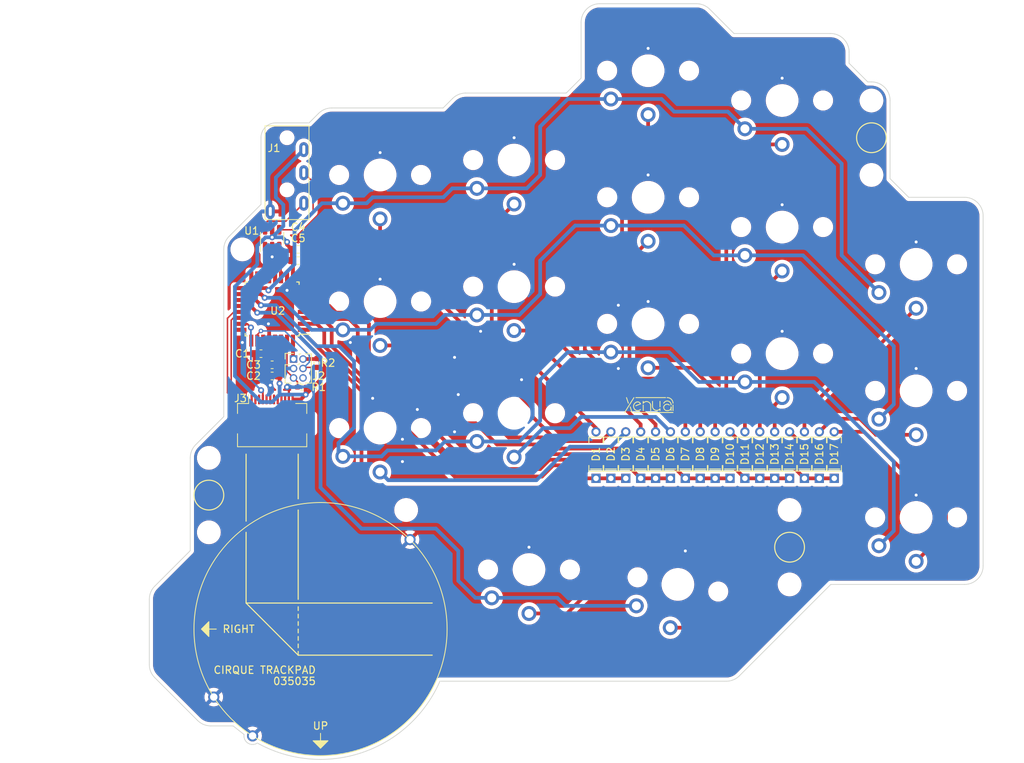
<source format=kicad_pcb>
(kicad_pcb (version 20211014) (generator pcbnew)

  (general
    (thickness 1.6)
  )

  (paper "A4")
  (layers
    (0 "F.Cu" signal)
    (31 "B.Cu" signal)
    (32 "B.Adhes" user "B.Adhesive")
    (33 "F.Adhes" user "F.Adhesive")
    (34 "B.Paste" user)
    (35 "F.Paste" user)
    (36 "B.SilkS" user "B.Silkscreen")
    (37 "F.SilkS" user "F.Silkscreen")
    (38 "B.Mask" user)
    (39 "F.Mask" user)
    (40 "Dwgs.User" user "User.Drawings")
    (41 "Cmts.User" user "User.Comments")
    (42 "Eco1.User" user "User.Eco1")
    (43 "Eco2.User" user "User.Eco2")
    (44 "Edge.Cuts" user)
    (45 "Margin" user)
    (46 "B.CrtYd" user "B.Courtyard")
    (47 "F.CrtYd" user "F.Courtyard")
    (48 "B.Fab" user)
    (49 "F.Fab" user)
    (50 "User.1" user)
    (51 "User.2" user)
    (52 "User.3" user)
    (53 "User.4" user)
    (54 "User.5" user)
    (55 "User.6" user)
    (56 "User.7" user)
    (57 "User.8" user)
    (58 "User.9" user)
  )

  (setup
    (stackup
      (layer "F.SilkS" (type "Top Silk Screen"))
      (layer "F.Paste" (type "Top Solder Paste"))
      (layer "F.Mask" (type "Top Solder Mask") (thickness 0.01))
      (layer "F.Cu" (type "copper") (thickness 0.035))
      (layer "dielectric 1" (type "core") (thickness 1.51) (material "FR4") (epsilon_r 4.5) (loss_tangent 0.02))
      (layer "B.Cu" (type "copper") (thickness 0.035))
      (layer "B.Mask" (type "Bottom Solder Mask") (thickness 0.01))
      (layer "B.Paste" (type "Bottom Solder Paste"))
      (layer "B.SilkS" (type "Bottom Silk Screen"))
      (copper_finish "None")
      (dielectric_constraints no)
    )
    (pad_to_mask_clearance 0)
    (pcbplotparams
      (layerselection 0x00010fc_ffffffff)
      (disableapertmacros false)
      (usegerberextensions false)
      (usegerberattributes true)
      (usegerberadvancedattributes true)
      (creategerberjobfile true)
      (svguseinch false)
      (svgprecision 6)
      (excludeedgelayer true)
      (plotframeref false)
      (viasonmask false)
      (mode 1)
      (useauxorigin false)
      (hpglpennumber 1)
      (hpglpenspeed 20)
      (hpglpendiameter 15.000000)
      (dxfpolygonmode true)
      (dxfimperialunits true)
      (dxfusepcbnewfont true)
      (psnegative false)
      (psa4output false)
      (plotreference true)
      (plotvalue true)
      (plotinvisibletext false)
      (sketchpadsonfab false)
      (subtractmaskfromsilk false)
      (outputformat 1)
      (mirror false)
      (drillshape 1)
      (scaleselection 1)
      (outputdirectory "")
    )
  )

  (net 0 "")
  (net 1 "GND")
  (net 2 "Net-(C1-Pad2)")
  (net 3 "+3V3")
  (net 4 "/SWDIO")
  (net 5 "/RST")
  (net 6 "/SWCLK")
  (net 7 "unconnected-(J2-Pad6)")
  (net 8 "/TRACK_SDA")
  (net 9 "/TRACK_SCL")
  (net 10 "/TRACK_BTN1")
  (net 11 "/TRACK_BTN3")
  (net 12 "/TRACK_BTN2")
  (net 13 "/TRACK_COPI")
  (net 14 "/TRACK_DATA_READY")
  (net 15 "/TRACK_CS")
  (net 16 "/TRACK_CIPO")
  (net 17 "/TRACK_SCK")
  (net 18 "/SCL")
  (net 19 "/SDA")
  (net 20 "Net-(J1-PadR2)")
  (net 21 "Net-(J1-PadR1)")
  (net 22 "C_PINKY")
  (net 23 "unconnected-(U2-Pad6)")
  (net 24 "unconnected-(U2-Pad7)")
  (net 25 "unconnected-(U2-Pad8)")
  (net 26 "R_TOP")
  (net 27 "R_HOME")
  (net 28 "R_BOTTOM")
  (net 29 "R_THUMB")
  (net 30 "C_INNER")
  (net 31 "C_INDEX")
  (net 32 "C_MIDDLE")
  (net 33 "C_RING")
  (net 34 "unconnected-(U2-Pad24)")
  (net 35 "unconnected-(U2-Pad25)")
  (net 36 "unconnected-(U2-Pad27)")
  (net 37 "Net-(D1-Pad2)")
  (net 38 "Net-(D2-Pad2)")
  (net 39 "Net-(D3-Pad2)")
  (net 40 "Net-(D4-Pad2)")
  (net 41 "Net-(D5-Pad2)")
  (net 42 "Net-(D6-Pad2)")
  (net 43 "Net-(D7-Pad2)")
  (net 44 "Net-(D8-Pad2)")
  (net 45 "Net-(D9-Pad2)")
  (net 46 "Net-(D10-Pad2)")
  (net 47 "Net-(D11-Pad2)")
  (net 48 "Net-(D12-Pad2)")
  (net 49 "Net-(D13-Pad2)")
  (net 50 "Net-(D14-Pad2)")
  (net 51 "Net-(D15-Pad2)")
  (net 52 "Net-(D16-Pad2)")
  (net 53 "Net-(D17-Pad2)")
  (net 54 "unconnected-(U2-Pad13)")
  (net 55 "unconnected-(U2-Pad14)")
  (net 56 "unconnected-(U2-Pad15)")
  (net 57 "unconnected-(U2-Pad16)")

  (footprint "Capacitor_SMD:C_0603_1608Metric_Pad1.08x0.95mm_HandSolder" (layer "F.Cu") (at 55.5 116.5 180))

  (footprint "MountingHole:MountingHole_2.2mm_M2_DIN965" (layer "F.Cu") (at 136 91))

  (footprint "mbk:Choc-1u-solder" (layer "F.Cu") (at 106 94))

  (footprint "Capacitor_SMD:C_0603_1608Metric_Pad1.08x0.95mm_HandSolder" (layer "F.Cu") (at 59 102.5))

  (footprint "mbk:Choc-1u-solder" (layer "F.Cu") (at 124 81))

  (footprint "1N4148:DIOAD829W49L456D191" (layer "F.Cu") (at 105 128.5 90))

  (footprint "mbk:Choc-1u-solder" (layer "F.Cu") (at 70 91))

  (footprint "1N4148:DIOAD829W49L456D191" (layer "F.Cu") (at 107 128.5 90))

  (footprint "Package_TO_SOT_SMD:SOT-23-6" (layer "F.Cu") (at 55.5 99.5 90))

  (footprint "1N4148:DIOAD829W49L456D191" (layer "F.Cu") (at 111 128.5 90))

  (footprint "Resistor_SMD:R_0402_1005Metric_Pad0.72x0.64mm_HandSolder" (layer "F.Cu") (at 59.5 119.5 180))

  (footprint "1N4148:DIOAD829W49L456D191" (layer "F.Cu") (at 99 128.5 90))

  (footprint "cirque:cirque_TM035035" (layer "F.Cu") (at 62 152 180))

  (footprint "mbk:Choc-1u-solder" (layer "F.Cu") (at 124 98))

  (footprint "1N4148:DIOAD829W49L456D191" (layer "F.Cu") (at 127 128.5 90))

  (footprint "1N4148:DIOAD829W49L456D191" (layer "F.Cu") (at 125 128.5 90))

  (footprint "mbk:Choc-1u-solder" (layer "F.Cu") (at 88 106))

  (footprint "MountingHole:MountingHole_2.2mm_M2_DIN965" (layer "F.Cu") (at 136 81))

  (footprint "1N4148:DIOAD829W49L456D191" (layer "F.Cu") (at 117 128.5 90))

  (footprint "1N4148:DIOAD829W49L456D191" (layer "F.Cu") (at 109 128.5 90))

  (footprint "mbk:Choc-1u-solder" (layer "F.Cu") (at 142 103))

  (footprint "pj320a:Jack_3.5mm_PJ320A_Horizontal" (layer "F.Cu") (at 57.5 86 -90))

  (footprint "mbk:Choc-1u-solder" (layer "F.Cu") (at 142 137))

  (footprint "mbk:Choc-1u-solder" (layer "F.Cu") (at 124 115))

  (footprint "Connector_FFC-FPC:Hirose_FH12-12S-0.5SH_1x12-1MP_P0.50mm_Horizontal" (layer "F.Cu") (at 55.5 123))

  (footprint "1N4148:DIOAD829W49L456D191" (layer "F.Cu") (at 113 128.5 90))

  (footprint "1N4148:DIOAD829W49L456D191" (layer "F.Cu") (at 115 128.5 90))

  (footprint "mbk:Choc-1u-solder" (layer "F.Cu") (at 88 89))

  (footprint "Capacitor_SMD:C_0603_1608Metric_Pad1.08x0.95mm_HandSolder" (layer "F.Cu") (at 59 101))

  (footprint "xenua:sig" (layer "F.Cu") (at 102.845 122.905167))

  (footprint "MountingHole:MountingHole_2.2mm_M2_DIN965" (layer "F.Cu") (at 125 136))

  (footprint "mbk:Choc-1u-solder" (layer "F.Cu") (at 106 111))

  (footprint "MountingHole:MountingHole_2.2mm_M2_DIN965" (layer "F.Cu") (at 51.5 101))

  (footprint "1N4148:DIOAD829W49L456D191" (layer "F.Cu") (at 103 128.5 90))

  (footprint "MountingHole:MountingHole_2.2mm_M2_DIN965" (layer "F.Cu") (at 47 139))

  (footprint "1N4148:DIOAD829W49L456D191" (layer "F.Cu") (at 131 128.5 90))

  (footprint "Connector_PinHeader_1.27mm:PinHeader_2x03_P1.27mm_Vertical" (layer "F.Cu") (at 58.375 115.725))

  (footprint "mbk:Choc-1u-solder" (layer "F.Cu") (at 142 120))

  (footprint "Capacitor_SMD:C_0603_1608Metric_Pad1.08x0.95mm_HandSolder" (layer "F.Cu") (at 54 115))

  (footprint "MountingHole:MountingHole_2.2mm_M2_DIN965" (layer "F.Cu") (at 125 146))

  (footprint "mbk:Choc-1u-solder" (layer "F.Cu") (at 88 123))

  (footprint "mbk:Choc-1u-solder" (layer "F.Cu") (at 110 146 -10))

  (footprint "1N4148:DIOAD829W49L456D191" (layer "F.Cu") (at 121 128.5 90))

  (footprint "1N4148:DIOAD829W49L456D191" (layer "F.Cu") (at 119 128.5 90))

  (footprint "mbk:Choc-1u-solder" (layer "F.Cu") (at 70 108))

  (footprint "1N4148:DIOAD829W49L456D191" (layer "F.Cu") (at 101 128.5 90))

  (footprint "Resistor_SMD:R_0402_1005Metric_Pad0.72x0.64mm_HandSolder" (layer "F.Cu") (at 61.5 116.25 90))

  (footprint "Package_QFP:TQFP-32_7x7mm_P0.8mm" (layer "F.Cu")
    (tedit 5A02F146) (tstamp ca98b832-42d9-48ef-b0f0-8a38fadade53)
    (at 55.5 109 180)
    (descr "32-Lead Plastic Thin Quad Flatpack (PT) - 7x7x1.0 mm Body, 2.00 mm [TQFP] (see Microchip Packaging Specification 00000049BS.pdf)")
    (tags "QFP 0.8")
    (property "Sheetfile" "righthand.kicad_sch")
    (property "Sheetname" "")
    (path "/cd05dc71-d59b-4335-902d-fe9d6feaeb4a")
    (attr smd)
    (fp_text reference "U2" (at -0.75 -0.25) (layer "F.SilkS")
      (effects (font (size 1 1) (thickness 0.15)))
      (tstamp 7380e8af-0da0-4d19-b97a-3db74afed84b)
    )
    (fp_text value "ATSAMD21E17D-A" (at 0 6.05) (layer "F.Fab")
      (effects (font (size 1 1) (thickness 0.15)))
      (tstamp f2253836-2d9b-40d1-8286-5de307be6bb5)
    )
    (fp_text user "${REFERENCE}" (at 0 0) (layer "F.Fab")
      (effects (font (size 1 1) (thickness 0.15)))
      (tstamp ff516df4-8762-493a-bfa9-d109ded985f2)
    )
    (fp_line (start -3.625 3.625) (end -3.625 3.3) (layer "F.SilkS") (width 0.15) (tstamp 163a52c9-5b76-408e-9e8d-b1d727f1e5eb))
    (fp_line (start -3.625 -3.4) (end -5.05 -3.4) (layer "F.SilkS") (width 0.15) (tstamp 4694337d-87f2-4001-9a42-3ac5af7174f1))
    (fp_line (start -3.625 -3.625) (end -3.625 -3.4) (layer "F.SilkS") (width 0.15) (tstamp 47cb438f-2cfc-49d4-b243-896fd33c4f28))
    (fp_line (start 3.625 3.625) (end 3.3 3.625) (layer "F.SilkS") (width 0.15) (tstamp 875bddaa-a6a5-4d05-aa4e-f34cad246fdd))
    (fp_line (start -3.625 3.625) (end -3.3 3.625) (layer "F.SilkS") (width 0.15) (tstamp abbb76e5-e303-4551-abef-6360b634a66e))
    (fp_line (start -3.625 -3.625) (end -3.3 -3.625) (layer "F.SilkS") (width 0.15) (tstamp b86e3cce-ec47-4e60-ad5f-0c88bb84273a))
    (fp_line (start 3.625 -3.625) (end 3.3 -3.625) (layer "F.SilkS") (width 0.15) (tstamp bd51819b-f5a4-4341-9885-d60fd4aa7ac5))
    (fp_line (start 3.625 -3.625) (end 3.625 -3.3) (layer "F.SilkS") (width 0.15) (tstamp d5bef497-bc4d-4dbe-99cb-e4b3a4c01e3f))
    (fp_line (start 3.625 3.625) (end 3.625 3.3) (layer "F.SilkS") (width 0.15) (tstamp d8527688-0a5f-4213-b379-755ddb37619d))
    (fp_line (start -5.3 -5.3) (end 5.3 -5.3) (layer "F.CrtYd") (width 0.05) (tstamp 075e0099-43cc-4e57-801b-810418507ddf))
    (fp_line (start -5.3 5.3) (end 5.3 5.3) (layer "F.CrtYd") (width 0.05) (tstamp 20f4c3c6-d0c7-4e28-b603-453c6a1d75b5))
    (fp_line (start 5.3 -5.3) (end 5.3 5.3) (layer "F.CrtYd") (width 0.05) (tstamp 2133e340-0ea5-497f-be25-7d4b6d30df2c))
    (fp_line (start -5.3 -5.3) (end -5.3 5.3) (layer "F.CrtYd") (width 0.05) (tstamp cc26b4de-d661-424c-883c-1a8ced1f8768))
    (fp_line (start 3.5 -3.5) (end 3.5 3.5) (layer "F.Fab") (width 0.15) (tstamp 0ab6f123-2f7f-4459-9959-f610555e9965))
    (fp_line (start -3.5 3.5) (end -3.5 -2.5) (layer "F.Fab") (width 0.15) (tstamp 5f53635a-7790-49ef-a708-d89dbdce66ff))
    (fp_line (start 3.5 3.5) (end -3.5 3.5) (layer "F.Fab") (width 0.15) (tstamp 6e1700cd-cad7-4c73-a404-c7fdf714574e))
    (fp_line (start -3.5 -2.5) (end -2.5 -3.5) (layer "F.Fab") (width 0.15) (tstamp a4b2c316-8378-48ff-9099-c95542d4d444))
    (fp_line (start -2.5 -3.5) (end 3.5 -3.5) (layer "F.Fab") (width 0.15) (tstamp fa371ff8-e6fb-4463-8f56-ac49214cf9cf))
    (pad "1" smd rect (at -4.25 -2.8 180) (size 1.6 0.55) (layers "F.Cu" "F.Paste" "F.Mask")
      (net 30 "C_INNER") (pinfunction "PA00") (pintype "bidirectional") (tstamp de6c64d1-4ece-4a3f-aa19-c7141c9b1d34))
    (pad "2" smd rect (at -4.25 -2 180) (size 1.6 0.55) (layers "F.Cu" "F.Paste" "F.Mask")
      (net 31 "C_INDEX") (pinfunction "PA01") (pintype "bidirectional") (tstamp 84b5f244-dacb-46d0-b787-6a3c3e03a9e9))
    (pad "3" smd rect (at -4.25 -1.2 180) (size 1.6 0.55) (layers "F.Cu" "F.Paste" "F.Mask")
      (net 32 "C_MIDDLE") (pinfunction "PA02") (pintype "bidirectional") (tstamp 5597da75-39fc-4d77-89f2-21aa5ef8ba8f))
    (pad "4" smd rect (at -4.25 -0.4 180) (size 1.6 0.55) (layers "F.Cu" "F.Paste" "F.Mask")
      (net 33 "C_RING") (pinfunction "PA03") (pintype "bidirectional") (tstamp 209cde5c-0bb3-411e-b329-e93397c704e0))
    (pad "5" smd rect (at -4.25 0.4 180) (size 1.6 0.55) (layers "F.Cu" "F.Paste" "F.Mask")
      (net 22 "C_PINKY") (pinfunction "PA04") (pintype "bidirectional") (tstamp b82ab260-9cf7-4a11-a443-5d402a27af23))
    (pad "6" smd rect (at -4.25 1.2 180) (size 1.6 0.55) (layers "F.Cu" "F.Paste" "F.Mask")
      (net 23 "unconnected-(U2-Pad6)") (pinfunction "PA05") (pintype "bidirectional") (tstamp 179c24d1-7126-42bf-97a3-780c05bb1910))
    (pad "7" smd rect (at -4.25 2 180) (size 1.6 0.55) (layers "F.Cu" "F.Paste" "F.Mask")
      (net 24 "unconnected-(U2-Pad7)") (pinfunction "PA06") (pintype "bidirectional") (tstamp d5c4fb86-56b1-4f06-b04a-6b003385b76a))
    (pad "8" smd rect (at -4.25 2.8 180) (size 1.6 0.55) (layers "F.Cu" "F.Paste" "F.Mask")
      (net 25 "unconnected-(U2-Pad8)") (pinfunction "PA07") (pintype "bidirectional") (tstamp 05a71337-cddb-4d9a-b7ab-112952ceb99b))
    (pad "9" smd rect (at -2.8 4.25 270) (size 1.6 0.55) (layers "F.Cu" "F.Paste" "F.Mask")
      (net 
... [1199672 chars truncated]
</source>
